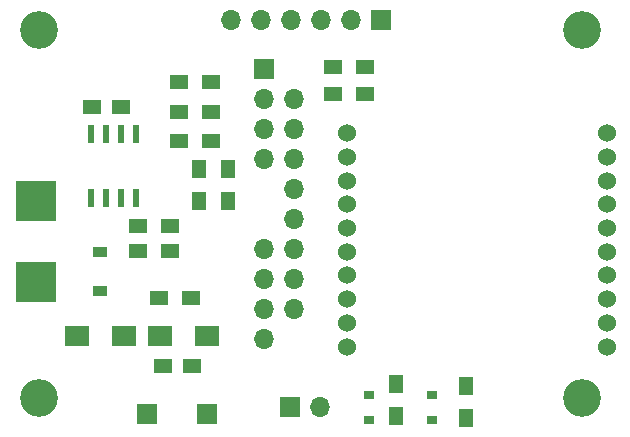
<source format=gts>
G04 #@! TF.FileFunction,Soldermask,Top*
%FSLAX46Y46*%
G04 Gerber Fmt 4.6, Leading zero omitted, Abs format (unit mm)*
G04 Created by KiCad (PCBNEW 4.0.7-e2-6376~58~ubuntu14.04.1) date Sun Jul  1 13:34:02 2018*
%MOMM*%
%LPD*%
G01*
G04 APERTURE LIST*
%ADD10C,0.076200*%
%ADD11C,3.200000*%
%ADD12C,1.524000*%
%ADD13R,1.700000X1.700000*%
%ADD14O,1.700000X1.700000*%
%ADD15R,3.500000X3.500000*%
%ADD16R,0.600000X1.550000*%
%ADD17R,1.200000X0.900000*%
%ADD18R,1.500000X1.250000*%
%ADD19R,1.500000X1.300000*%
%ADD20R,1.300000X1.500000*%
%ADD21R,2.000000X1.700000*%
%ADD22R,0.900000X0.800000*%
G04 APERTURE END LIST*
D10*
D11*
X157250000Y-98750000D03*
D12*
X137337800Y-76327000D03*
X137337800Y-78333600D03*
X137337800Y-80340200D03*
X137337800Y-82346800D03*
X137337800Y-84353400D03*
X137337800Y-86360000D03*
X137337800Y-88366600D03*
X137337800Y-90373200D03*
X137337800Y-92379800D03*
X137337800Y-94386400D03*
X159334200Y-94386400D03*
X159334200Y-92379800D03*
X159334200Y-90373200D03*
X159334200Y-88366600D03*
X159334200Y-86360000D03*
X159334200Y-84353400D03*
X159334200Y-82346800D03*
X159334200Y-80340200D03*
X159334200Y-78333600D03*
X159334200Y-76327000D03*
D13*
X132500000Y-99500000D03*
D14*
X135040000Y-99500000D03*
D15*
X111000000Y-88900000D03*
X111000000Y-82100000D03*
D16*
X115697000Y-81821000D03*
X116967000Y-81821000D03*
X118237000Y-81821000D03*
X119507000Y-81821000D03*
X119507000Y-76421000D03*
X118237000Y-76421000D03*
X116967000Y-76421000D03*
X115697000Y-76421000D03*
D11*
X157250000Y-67589400D03*
X111252000Y-67589400D03*
X111252000Y-98750000D03*
D13*
X120396000Y-100076000D03*
X125476000Y-100076000D03*
D17*
X116459000Y-86361000D03*
X116459000Y-89661000D03*
D13*
X140250000Y-66750000D03*
D14*
X137710000Y-66750000D03*
X135170000Y-66750000D03*
X132630000Y-66750000D03*
X130090000Y-66750000D03*
X127550000Y-66750000D03*
D18*
X115750000Y-74100000D03*
X118250000Y-74100000D03*
X121750000Y-96000000D03*
X124250000Y-96000000D03*
D19*
X136150000Y-73000000D03*
X138850000Y-73000000D03*
X122350000Y-86300000D03*
X119650000Y-86300000D03*
D20*
X124790000Y-79340000D03*
X124790000Y-82040000D03*
D19*
X123150000Y-77000000D03*
X125850000Y-77000000D03*
X123150000Y-74500000D03*
X125850000Y-74500000D03*
X123150000Y-72000000D03*
X125850000Y-72000000D03*
X138891000Y-70739000D03*
X136191000Y-70739000D03*
D20*
X127240000Y-79340000D03*
X127240000Y-82040000D03*
D19*
X122350000Y-84200000D03*
X119650000Y-84200000D03*
D21*
X114459000Y-93472000D03*
X118459000Y-93472000D03*
X121500000Y-93500000D03*
X125500000Y-93500000D03*
D19*
X121459000Y-90297000D03*
X124159000Y-90297000D03*
D22*
X139192000Y-100618000D03*
X139192000Y-98518000D03*
X144526000Y-100618000D03*
X144526000Y-98518000D03*
D20*
X141478000Y-97583000D03*
X141478000Y-100283000D03*
X147447000Y-97710000D03*
X147447000Y-100410000D03*
D13*
X130302000Y-70866000D03*
D14*
X130302000Y-73406000D03*
X132842000Y-73406000D03*
X130302000Y-75946000D03*
X132842000Y-75946000D03*
X130302000Y-78486000D03*
X132842000Y-78486000D03*
X132842000Y-81026000D03*
X132842000Y-83566000D03*
X130302000Y-86106000D03*
X132842000Y-86106000D03*
X130302000Y-88646000D03*
X132842000Y-88646000D03*
X130302000Y-91186000D03*
X132842000Y-91186000D03*
X130302000Y-93726000D03*
M02*

</source>
